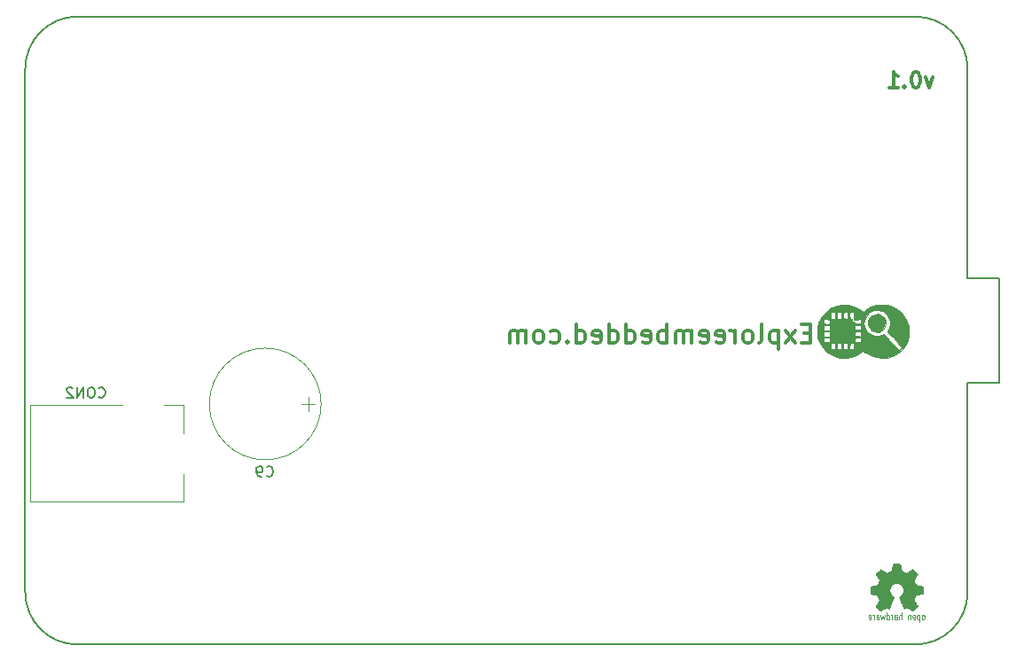
<source format=gbr>
G04 #@! TF.FileFunction,Legend,Bot*
%FSLAX46Y46*%
G04 Gerber Fmt 4.6, Leading zero omitted, Abs format (unit mm)*
G04 Created by KiCad (PCBNEW (2015-01-16 BZR 5376)-product) date 23-May-17 3:49:53 PM*
%MOMM*%
G01*
G04 APERTURE LIST*
%ADD10C,0.100000*%
%ADD11C,0.300000*%
%ADD12C,0.150000*%
%ADD13C,0.075000*%
%ADD14C,0.002540*%
%ADD15C,0.120000*%
G04 APERTURE END LIST*
D10*
D11*
X151698056Y-73287771D02*
X151340913Y-74287771D01*
X150983771Y-73287771D01*
X150126628Y-72787771D02*
X149983771Y-72787771D01*
X149840914Y-72859200D01*
X149769485Y-72930629D01*
X149698056Y-73073486D01*
X149626628Y-73359200D01*
X149626628Y-73716343D01*
X149698056Y-74002057D01*
X149769485Y-74144914D01*
X149840914Y-74216343D01*
X149983771Y-74287771D01*
X150126628Y-74287771D01*
X150269485Y-74216343D01*
X150340914Y-74144914D01*
X150412342Y-74002057D01*
X150483771Y-73716343D01*
X150483771Y-73359200D01*
X150412342Y-73073486D01*
X150340914Y-72930629D01*
X150269485Y-72859200D01*
X150126628Y-72787771D01*
X148983771Y-74144914D02*
X148912343Y-74216343D01*
X148983771Y-74287771D01*
X149055200Y-74216343D01*
X148983771Y-74144914D01*
X148983771Y-74287771D01*
X147483771Y-74287771D02*
X148340914Y-74287771D01*
X147912342Y-74287771D02*
X147912342Y-72787771D01*
X148055199Y-73002057D01*
X148198057Y-73144914D01*
X148340914Y-73216343D01*
X139954002Y-97790000D02*
X139361335Y-97790000D01*
X139107335Y-98721333D02*
X139954002Y-98721333D01*
X139954002Y-96943333D01*
X139107335Y-96943333D01*
X138514668Y-98721333D02*
X137583335Y-97536000D01*
X138514668Y-97536000D02*
X137583335Y-98721333D01*
X136906002Y-97536000D02*
X136906002Y-99314000D01*
X136906002Y-97620667D02*
X136736668Y-97536000D01*
X136398002Y-97536000D01*
X136228668Y-97620667D01*
X136144002Y-97705333D01*
X136059335Y-97874667D01*
X136059335Y-98382667D01*
X136144002Y-98552000D01*
X136228668Y-98636667D01*
X136398002Y-98721333D01*
X136736668Y-98721333D01*
X136906002Y-98636667D01*
X135043335Y-98721333D02*
X135212668Y-98636667D01*
X135297335Y-98467333D01*
X135297335Y-96943333D01*
X134112002Y-98721333D02*
X134281335Y-98636667D01*
X134366002Y-98552000D01*
X134450668Y-98382667D01*
X134450668Y-97874667D01*
X134366002Y-97705333D01*
X134281335Y-97620667D01*
X134112002Y-97536000D01*
X133858002Y-97536000D01*
X133688668Y-97620667D01*
X133604002Y-97705333D01*
X133519335Y-97874667D01*
X133519335Y-98382667D01*
X133604002Y-98552000D01*
X133688668Y-98636667D01*
X133858002Y-98721333D01*
X134112002Y-98721333D01*
X132757335Y-98721333D02*
X132757335Y-97536000D01*
X132757335Y-97874667D02*
X132672668Y-97705333D01*
X132588001Y-97620667D01*
X132418668Y-97536000D01*
X132249335Y-97536000D01*
X130979334Y-98636667D02*
X131148668Y-98721333D01*
X131487334Y-98721333D01*
X131656668Y-98636667D01*
X131741334Y-98467333D01*
X131741334Y-97790000D01*
X131656668Y-97620667D01*
X131487334Y-97536000D01*
X131148668Y-97536000D01*
X130979334Y-97620667D01*
X130894668Y-97790000D01*
X130894668Y-97959333D01*
X131741334Y-98128667D01*
X129455334Y-98636667D02*
X129624668Y-98721333D01*
X129963334Y-98721333D01*
X130132668Y-98636667D01*
X130217334Y-98467333D01*
X130217334Y-97790000D01*
X130132668Y-97620667D01*
X129963334Y-97536000D01*
X129624668Y-97536000D01*
X129455334Y-97620667D01*
X129370668Y-97790000D01*
X129370668Y-97959333D01*
X130217334Y-98128667D01*
X128608668Y-98721333D02*
X128608668Y-97536000D01*
X128608668Y-97705333D02*
X128524001Y-97620667D01*
X128354668Y-97536000D01*
X128100668Y-97536000D01*
X127931334Y-97620667D01*
X127846668Y-97790000D01*
X127846668Y-98721333D01*
X127846668Y-97790000D02*
X127762001Y-97620667D01*
X127592668Y-97536000D01*
X127338668Y-97536000D01*
X127169334Y-97620667D01*
X127084668Y-97790000D01*
X127084668Y-98721333D01*
X126238001Y-98721333D02*
X126238001Y-96943333D01*
X126238001Y-97620667D02*
X126068667Y-97536000D01*
X125730001Y-97536000D01*
X125560667Y-97620667D01*
X125476001Y-97705333D01*
X125391334Y-97874667D01*
X125391334Y-98382667D01*
X125476001Y-98552000D01*
X125560667Y-98636667D01*
X125730001Y-98721333D01*
X126068667Y-98721333D01*
X126238001Y-98636667D01*
X123952000Y-98636667D02*
X124121334Y-98721333D01*
X124460000Y-98721333D01*
X124629334Y-98636667D01*
X124714000Y-98467333D01*
X124714000Y-97790000D01*
X124629334Y-97620667D01*
X124460000Y-97536000D01*
X124121334Y-97536000D01*
X123952000Y-97620667D01*
X123867334Y-97790000D01*
X123867334Y-97959333D01*
X124714000Y-98128667D01*
X122343334Y-98721333D02*
X122343334Y-96943333D01*
X122343334Y-98636667D02*
X122512667Y-98721333D01*
X122851334Y-98721333D01*
X123020667Y-98636667D01*
X123105334Y-98552000D01*
X123190000Y-98382667D01*
X123190000Y-97874667D01*
X123105334Y-97705333D01*
X123020667Y-97620667D01*
X122851334Y-97536000D01*
X122512667Y-97536000D01*
X122343334Y-97620667D01*
X120734667Y-98721333D02*
X120734667Y-96943333D01*
X120734667Y-98636667D02*
X120904000Y-98721333D01*
X121242667Y-98721333D01*
X121412000Y-98636667D01*
X121496667Y-98552000D01*
X121581333Y-98382667D01*
X121581333Y-97874667D01*
X121496667Y-97705333D01*
X121412000Y-97620667D01*
X121242667Y-97536000D01*
X120904000Y-97536000D01*
X120734667Y-97620667D01*
X119210666Y-98636667D02*
X119380000Y-98721333D01*
X119718666Y-98721333D01*
X119888000Y-98636667D01*
X119972666Y-98467333D01*
X119972666Y-97790000D01*
X119888000Y-97620667D01*
X119718666Y-97536000D01*
X119380000Y-97536000D01*
X119210666Y-97620667D01*
X119126000Y-97790000D01*
X119126000Y-97959333D01*
X119972666Y-98128667D01*
X117602000Y-98721333D02*
X117602000Y-96943333D01*
X117602000Y-98636667D02*
X117771333Y-98721333D01*
X118110000Y-98721333D01*
X118279333Y-98636667D01*
X118364000Y-98552000D01*
X118448666Y-98382667D01*
X118448666Y-97874667D01*
X118364000Y-97705333D01*
X118279333Y-97620667D01*
X118110000Y-97536000D01*
X117771333Y-97536000D01*
X117602000Y-97620667D01*
X116755333Y-98552000D02*
X116670666Y-98636667D01*
X116755333Y-98721333D01*
X116839999Y-98636667D01*
X116755333Y-98552000D01*
X116755333Y-98721333D01*
X115146666Y-98636667D02*
X115315999Y-98721333D01*
X115654666Y-98721333D01*
X115823999Y-98636667D01*
X115908666Y-98552000D01*
X115993332Y-98382667D01*
X115993332Y-97874667D01*
X115908666Y-97705333D01*
X115823999Y-97620667D01*
X115654666Y-97536000D01*
X115315999Y-97536000D01*
X115146666Y-97620667D01*
X114130666Y-98721333D02*
X114299999Y-98636667D01*
X114384666Y-98552000D01*
X114469332Y-98382667D01*
X114469332Y-97874667D01*
X114384666Y-97705333D01*
X114299999Y-97620667D01*
X114130666Y-97536000D01*
X113876666Y-97536000D01*
X113707332Y-97620667D01*
X113622666Y-97705333D01*
X113537999Y-97874667D01*
X113537999Y-98382667D01*
X113622666Y-98552000D01*
X113707332Y-98636667D01*
X113876666Y-98721333D01*
X114130666Y-98721333D01*
X112775999Y-98721333D02*
X112775999Y-97536000D01*
X112775999Y-97705333D02*
X112691332Y-97620667D01*
X112521999Y-97536000D01*
X112267999Y-97536000D01*
X112098665Y-97620667D01*
X112013999Y-97790000D01*
X112013999Y-98721333D01*
X112013999Y-97790000D02*
X111929332Y-97620667D01*
X111759999Y-97536000D01*
X111505999Y-97536000D01*
X111336665Y-97620667D01*
X111251999Y-97790000D01*
X111251999Y-98721333D01*
D12*
X65000000Y-112500000D02*
X65000000Y-82500000D01*
X155000000Y-77500000D02*
X155000000Y-87500000D01*
X65000000Y-122500000D02*
X65000000Y-112500000D01*
X65000000Y-72500000D02*
X65000000Y-82500000D01*
X158000000Y-102500000D02*
X155000000Y-102500000D01*
X158000000Y-92500000D02*
X158000000Y-102500000D01*
X155000000Y-92500000D02*
X158000000Y-92500000D01*
X150000000Y-67500000D02*
X70000000Y-67500000D01*
X155000000Y-77500000D02*
X155000000Y-72500000D01*
X155000000Y-122500000D02*
X155000000Y-102500000D01*
X70000000Y-127500000D02*
X150000000Y-127500000D01*
X155000000Y-72500000D02*
G75*
G03X150000000Y-67500000I-5000000J0D01*
G01*
X150000000Y-127500000D02*
G75*
G03X155000000Y-122500000I0J5000000D01*
G01*
X65000000Y-122500000D02*
G75*
G03X70000000Y-127500000I5000000J0D01*
G01*
X70000000Y-67500000D02*
G75*
G03X65000000Y-72500000I0J-5000000D01*
G01*
X155000000Y-92500000D02*
X155000000Y-87500000D01*
D13*
X146049000Y-124667000D02*
X146049000Y-125127000D01*
X145959000Y-124667000D02*
X145909000Y-124667000D01*
X146009000Y-124697000D02*
X145959000Y-124667000D01*
X146029000Y-124717000D02*
X146009000Y-124697000D01*
X146049000Y-124787000D02*
X146029000Y-124717000D01*
X145609000Y-125127000D02*
X145559000Y-125097000D01*
X145709000Y-125127000D02*
X145609000Y-125127000D01*
X145749000Y-125097000D02*
X145709000Y-125127000D01*
X145769000Y-125027000D02*
X145749000Y-125097000D01*
X145769000Y-124757000D02*
X145769000Y-125027000D01*
X145739000Y-124697000D02*
X145769000Y-124757000D01*
X145699000Y-124667000D02*
X145739000Y-124697000D01*
X145599000Y-124667000D02*
X145699000Y-124667000D01*
X145559000Y-124707000D02*
X145599000Y-124667000D01*
X145539000Y-124777000D02*
X145559000Y-124707000D01*
X145539000Y-124897000D02*
X145539000Y-124777000D01*
X145539000Y-124897000D02*
X145769000Y-124897000D01*
X146289000Y-124757000D02*
X146289000Y-125127000D01*
X146319000Y-124697000D02*
X146289000Y-124757000D01*
X146359000Y-124667000D02*
X146319000Y-124697000D01*
X146459000Y-124667000D02*
X146359000Y-124667000D01*
X146509000Y-124697000D02*
X146459000Y-124667000D01*
X146449000Y-124857000D02*
X146499000Y-124887000D01*
X146329000Y-124857000D02*
X146449000Y-124857000D01*
X146289000Y-124827000D02*
X146329000Y-124857000D01*
X146339000Y-125127000D02*
X146289000Y-125087000D01*
X146459000Y-125127000D02*
X146339000Y-125127000D01*
X146509000Y-125087000D02*
X146459000Y-125127000D01*
X146529000Y-125027000D02*
X146509000Y-125087000D01*
X146529000Y-124957000D02*
X146529000Y-125027000D01*
X146499000Y-124887000D02*
X146529000Y-124957000D01*
X147079000Y-124667000D02*
X146979000Y-125127000D01*
X146979000Y-125127000D02*
X146889000Y-124787000D01*
X146889000Y-124787000D02*
X146789000Y-125127000D01*
X146789000Y-125127000D02*
X146689000Y-124667000D01*
X147269000Y-125097000D02*
X147309000Y-125127000D01*
X147309000Y-125127000D02*
X147419000Y-125127000D01*
X147419000Y-125127000D02*
X147459000Y-125097000D01*
X147459000Y-125097000D02*
X147479000Y-125067000D01*
X147479000Y-125067000D02*
X147509000Y-124997000D01*
X147509000Y-124997000D02*
X147509000Y-124797000D01*
X147509000Y-124797000D02*
X147479000Y-124727000D01*
X147479000Y-124727000D02*
X147459000Y-124697000D01*
X147459000Y-124697000D02*
X147399000Y-124657000D01*
X147399000Y-124657000D02*
X147329000Y-124657000D01*
X147329000Y-124657000D02*
X147269000Y-124697000D01*
X147269000Y-124427000D02*
X147269000Y-125127000D01*
X147789000Y-124787000D02*
X147769000Y-124717000D01*
X147769000Y-124717000D02*
X147749000Y-124697000D01*
X147749000Y-124697000D02*
X147699000Y-124667000D01*
X147699000Y-124667000D02*
X147649000Y-124667000D01*
X147789000Y-124667000D02*
X147789000Y-125127000D01*
X148239000Y-124887000D02*
X148269000Y-124957000D01*
X148269000Y-124957000D02*
X148269000Y-125027000D01*
X148269000Y-125027000D02*
X148249000Y-125087000D01*
X148249000Y-125087000D02*
X148199000Y-125127000D01*
X148199000Y-125127000D02*
X148079000Y-125127000D01*
X148079000Y-125127000D02*
X148029000Y-125087000D01*
X148029000Y-124827000D02*
X148069000Y-124857000D01*
X148069000Y-124857000D02*
X148189000Y-124857000D01*
X148189000Y-124857000D02*
X148239000Y-124887000D01*
X148249000Y-124697000D02*
X148199000Y-124667000D01*
X148199000Y-124667000D02*
X148099000Y-124667000D01*
X148099000Y-124667000D02*
X148059000Y-124697000D01*
X148059000Y-124697000D02*
X148029000Y-124757000D01*
X148029000Y-124757000D02*
X148029000Y-125127000D01*
X148699000Y-124737000D02*
X148679000Y-124697000D01*
X148679000Y-124697000D02*
X148629000Y-124667000D01*
X148629000Y-124667000D02*
X148549000Y-124667000D01*
X148549000Y-124667000D02*
X148509000Y-124697000D01*
X148509000Y-124697000D02*
X148489000Y-124757000D01*
X148489000Y-124757000D02*
X148489000Y-125127000D01*
X148699000Y-124427000D02*
X148699000Y-125127000D01*
X149749000Y-124897000D02*
X149979000Y-124897000D01*
X149529000Y-124727000D02*
X149509000Y-124697000D01*
X149509000Y-124697000D02*
X149469000Y-124667000D01*
X149469000Y-124667000D02*
X149379000Y-124667000D01*
X149379000Y-124667000D02*
X149339000Y-124697000D01*
X149339000Y-124697000D02*
X149319000Y-124757000D01*
X149319000Y-124757000D02*
X149319000Y-125127000D01*
X149529000Y-124667000D02*
X149529000Y-125127000D01*
X149749000Y-124897000D02*
X149749000Y-124777000D01*
X149749000Y-124777000D02*
X149769000Y-124707000D01*
X149769000Y-124707000D02*
X149809000Y-124667000D01*
X149809000Y-124667000D02*
X149909000Y-124667000D01*
X149909000Y-124667000D02*
X149949000Y-124697000D01*
X149949000Y-124697000D02*
X149979000Y-124757000D01*
X149979000Y-124757000D02*
X149979000Y-125027000D01*
X149979000Y-125027000D02*
X149959000Y-125097000D01*
X149959000Y-125097000D02*
X149919000Y-125127000D01*
X149919000Y-125127000D02*
X149819000Y-125127000D01*
X149819000Y-125127000D02*
X149769000Y-125097000D01*
X150409000Y-124697000D02*
X150369000Y-124667000D01*
X150369000Y-124667000D02*
X150269000Y-124667000D01*
X150269000Y-124667000D02*
X150229000Y-124697000D01*
X150229000Y-124697000D02*
X150199000Y-124727000D01*
X150199000Y-124727000D02*
X150179000Y-124787000D01*
X150179000Y-124787000D02*
X150179000Y-125007000D01*
X150179000Y-125007000D02*
X150199000Y-125067000D01*
X150199000Y-125067000D02*
X150219000Y-125097000D01*
X150219000Y-125097000D02*
X150259000Y-125127000D01*
X150259000Y-125127000D02*
X150359000Y-125127000D01*
X150359000Y-125127000D02*
X150409000Y-125097000D01*
X150409000Y-125367000D02*
X150409000Y-124667000D01*
X150719000Y-124667000D02*
X150799000Y-124667000D01*
X150799000Y-124667000D02*
X150839000Y-124697000D01*
X150839000Y-124697000D02*
X150859000Y-124727000D01*
X150859000Y-124727000D02*
X150889000Y-124797000D01*
X150799000Y-125127000D02*
X150719000Y-125127000D01*
X150719000Y-125127000D02*
X150669000Y-125097000D01*
X150669000Y-125097000D02*
X150649000Y-125067000D01*
X150649000Y-125067000D02*
X150629000Y-124997000D01*
X150629000Y-124997000D02*
X150629000Y-124797000D01*
X150629000Y-124797000D02*
X150649000Y-124737000D01*
X150649000Y-124737000D02*
X150669000Y-124707000D01*
X150669000Y-124707000D02*
X150719000Y-124667000D01*
X150889000Y-124797000D02*
X150889000Y-124997000D01*
X150889000Y-124997000D02*
X150869000Y-125057000D01*
X150869000Y-125057000D02*
X150849000Y-125087000D01*
X150849000Y-125087000D02*
X150799000Y-125127000D01*
D14*
G36*
X149722840Y-124292360D02*
X149697440Y-124277120D01*
X149639020Y-124241560D01*
X149555200Y-124185680D01*
X149456140Y-124119640D01*
X149357080Y-124053600D01*
X149275800Y-124000260D01*
X149219920Y-123962160D01*
X149194520Y-123949460D01*
X149181820Y-123954540D01*
X149136100Y-123977400D01*
X149067520Y-124012960D01*
X149026880Y-124033280D01*
X148965920Y-124058680D01*
X148932900Y-124066300D01*
X148927820Y-124056140D01*
X148904960Y-124007880D01*
X148869400Y-123926600D01*
X148823680Y-123817380D01*
X148767800Y-123690380D01*
X148711920Y-123555760D01*
X148653500Y-123416060D01*
X148597620Y-123281440D01*
X148549360Y-123162060D01*
X148508720Y-123065540D01*
X148483320Y-122996960D01*
X148473160Y-122969020D01*
X148475700Y-122961400D01*
X148508720Y-122930920D01*
X148562060Y-122890280D01*
X148681440Y-122793760D01*
X148798280Y-122648980D01*
X148869400Y-122483880D01*
X148892260Y-122298460D01*
X148871940Y-122128280D01*
X148805900Y-121965720D01*
X148691600Y-121818400D01*
X148551900Y-121709180D01*
X148389340Y-121640600D01*
X148209000Y-121617740D01*
X148036280Y-121638060D01*
X147868640Y-121704100D01*
X147721320Y-121815860D01*
X147657820Y-121886980D01*
X147571460Y-122036840D01*
X147523200Y-122194320D01*
X147518120Y-122234960D01*
X147525740Y-122410220D01*
X147576540Y-122580400D01*
X147670520Y-122730260D01*
X147800060Y-122854720D01*
X147815300Y-122864880D01*
X147873720Y-122910600D01*
X147914360Y-122941080D01*
X147944840Y-122966480D01*
X147721320Y-123504960D01*
X147685760Y-123588780D01*
X147624800Y-123736100D01*
X147571460Y-123863100D01*
X147528280Y-123964700D01*
X147497800Y-124030740D01*
X147485100Y-124058680D01*
X147485100Y-124061220D01*
X147464780Y-124063760D01*
X147424140Y-124048520D01*
X147347940Y-124012960D01*
X147299680Y-123987560D01*
X147241260Y-123959620D01*
X147215860Y-123949460D01*
X147193000Y-123962160D01*
X147139660Y-123997720D01*
X147058380Y-124051060D01*
X146961860Y-124114560D01*
X146870420Y-124178060D01*
X146786600Y-124233940D01*
X146725640Y-124272040D01*
X146695160Y-124289820D01*
X146690080Y-124289820D01*
X146664680Y-124274580D01*
X146616420Y-124233940D01*
X146542760Y-124165360D01*
X146438620Y-124061220D01*
X146423380Y-124045980D01*
X146337020Y-123959620D01*
X146268440Y-123885960D01*
X146222720Y-123835160D01*
X146204940Y-123812300D01*
X146204940Y-123812300D01*
X146220180Y-123781820D01*
X146258280Y-123720860D01*
X146314160Y-123634500D01*
X146382740Y-123535440D01*
X146560540Y-123276360D01*
X146464020Y-123032520D01*
X146433540Y-122956320D01*
X146395440Y-122867420D01*
X146367500Y-122801380D01*
X146352260Y-122773440D01*
X146326860Y-122763280D01*
X146258280Y-122748040D01*
X146161760Y-122727720D01*
X146047460Y-122707400D01*
X145935700Y-122687080D01*
X145836640Y-122666760D01*
X145765520Y-122654060D01*
X145732500Y-122646440D01*
X145724880Y-122641360D01*
X145717260Y-122626120D01*
X145714720Y-122593100D01*
X145712180Y-122532140D01*
X145709640Y-122438160D01*
X145709640Y-122298460D01*
X145709640Y-122283220D01*
X145712180Y-122153680D01*
X145714720Y-122047000D01*
X145717260Y-121980960D01*
X145722340Y-121953020D01*
X145722340Y-121953020D01*
X145752820Y-121945400D01*
X145823940Y-121930160D01*
X145923000Y-121912380D01*
X146042380Y-121889520D01*
X146050000Y-121886980D01*
X146166840Y-121864120D01*
X146265900Y-121843800D01*
X146337020Y-121828560D01*
X146364960Y-121818400D01*
X146372580Y-121810780D01*
X146395440Y-121765060D01*
X146428460Y-121691400D01*
X146469100Y-121602500D01*
X146507200Y-121508520D01*
X146540220Y-121424700D01*
X146563080Y-121363740D01*
X146570700Y-121335800D01*
X146568160Y-121333260D01*
X146550380Y-121305320D01*
X146509740Y-121244360D01*
X146453860Y-121160540D01*
X146385280Y-121058940D01*
X146380200Y-121051320D01*
X146311620Y-120952260D01*
X146255740Y-120865900D01*
X146220180Y-120807480D01*
X146204940Y-120779540D01*
X146204940Y-120777000D01*
X146227800Y-120746520D01*
X146278600Y-120690640D01*
X146352260Y-120614440D01*
X146438620Y-120525540D01*
X146466560Y-120500140D01*
X146565620Y-120403620D01*
X146631660Y-120342660D01*
X146674840Y-120309640D01*
X146695160Y-120302020D01*
X146695160Y-120302020D01*
X146725640Y-120319800D01*
X146789140Y-120360440D01*
X146872960Y-120418860D01*
X146974560Y-120487440D01*
X146982180Y-120492520D01*
X147081240Y-120561100D01*
X147165060Y-120616980D01*
X147223480Y-120657620D01*
X147251420Y-120672860D01*
X147253960Y-120672860D01*
X147294600Y-120660160D01*
X147365720Y-120634760D01*
X147454620Y-120601740D01*
X147546060Y-120563640D01*
X147629880Y-120528080D01*
X147693380Y-120500140D01*
X147723860Y-120482360D01*
X147723860Y-120482360D01*
X147734020Y-120446800D01*
X147751800Y-120370600D01*
X147772120Y-120269000D01*
X147797520Y-120147080D01*
X147800060Y-120126760D01*
X147822920Y-120007380D01*
X147840700Y-119908320D01*
X147855940Y-119839740D01*
X147863560Y-119811800D01*
X147878800Y-119809260D01*
X147937220Y-119804180D01*
X148026120Y-119801640D01*
X148135340Y-119801640D01*
X148247100Y-119801640D01*
X148356320Y-119804180D01*
X148450300Y-119806720D01*
X148518880Y-119811800D01*
X148546820Y-119816880D01*
X148546820Y-119819420D01*
X148556980Y-119857520D01*
X148574760Y-119931180D01*
X148595080Y-120035320D01*
X148617940Y-120157240D01*
X148623020Y-120180100D01*
X148645880Y-120296940D01*
X148666200Y-120396000D01*
X148678900Y-120462040D01*
X148686520Y-120489980D01*
X148699220Y-120495060D01*
X148747480Y-120515380D01*
X148826220Y-120548400D01*
X148925280Y-120589040D01*
X149153880Y-120680480D01*
X149435820Y-120489980D01*
X149461220Y-120472200D01*
X149562820Y-120403620D01*
X149644100Y-120347740D01*
X149702520Y-120309640D01*
X149725380Y-120296940D01*
X149727920Y-120296940D01*
X149755860Y-120322340D01*
X149811740Y-120375680D01*
X149887940Y-120449340D01*
X149976840Y-120535700D01*
X150040340Y-120601740D01*
X150119080Y-120680480D01*
X150167340Y-120733820D01*
X150195280Y-120766840D01*
X150202900Y-120787160D01*
X150200360Y-120802400D01*
X150182580Y-120830340D01*
X150141940Y-120891300D01*
X150083520Y-120977660D01*
X150014940Y-121076720D01*
X149959060Y-121160540D01*
X149898100Y-121254520D01*
X149860000Y-121320560D01*
X149844760Y-121353580D01*
X149849840Y-121366280D01*
X149867620Y-121422160D01*
X149903180Y-121505980D01*
X149943820Y-121605040D01*
X150042880Y-121826020D01*
X150187660Y-121853960D01*
X150276560Y-121871740D01*
X150398480Y-121894600D01*
X150517860Y-121917460D01*
X150700740Y-121953020D01*
X150708360Y-122628660D01*
X150680420Y-122641360D01*
X150652480Y-122648980D01*
X150583900Y-122664220D01*
X150487380Y-122684540D01*
X150370540Y-122704860D01*
X150274020Y-122722640D01*
X150174960Y-122742960D01*
X150103840Y-122755660D01*
X150073360Y-122763280D01*
X150063200Y-122773440D01*
X150040340Y-122821700D01*
X150004780Y-122897900D01*
X149964140Y-122989340D01*
X149926040Y-123083320D01*
X149890480Y-123172220D01*
X149867620Y-123238260D01*
X149857460Y-123271280D01*
X149870160Y-123299220D01*
X149908260Y-123357640D01*
X149961600Y-123438920D01*
X150030180Y-123537980D01*
X150096220Y-123634500D01*
X150154640Y-123718320D01*
X150192740Y-123779280D01*
X150210520Y-123807220D01*
X150200360Y-123825000D01*
X150162260Y-123873260D01*
X150088600Y-123949460D01*
X149976840Y-124058680D01*
X149959060Y-124076460D01*
X149872700Y-124160280D01*
X149799040Y-124228860D01*
X149745700Y-124274580D01*
X149722840Y-124292360D01*
X149722840Y-124292360D01*
G37*
X149722840Y-124292360D02*
X149697440Y-124277120D01*
X149639020Y-124241560D01*
X149555200Y-124185680D01*
X149456140Y-124119640D01*
X149357080Y-124053600D01*
X149275800Y-124000260D01*
X149219920Y-123962160D01*
X149194520Y-123949460D01*
X149181820Y-123954540D01*
X149136100Y-123977400D01*
X149067520Y-124012960D01*
X149026880Y-124033280D01*
X148965920Y-124058680D01*
X148932900Y-124066300D01*
X148927820Y-124056140D01*
X148904960Y-124007880D01*
X148869400Y-123926600D01*
X148823680Y-123817380D01*
X148767800Y-123690380D01*
X148711920Y-123555760D01*
X148653500Y-123416060D01*
X148597620Y-123281440D01*
X148549360Y-123162060D01*
X148508720Y-123065540D01*
X148483320Y-122996960D01*
X148473160Y-122969020D01*
X148475700Y-122961400D01*
X148508720Y-122930920D01*
X148562060Y-122890280D01*
X148681440Y-122793760D01*
X148798280Y-122648980D01*
X148869400Y-122483880D01*
X148892260Y-122298460D01*
X148871940Y-122128280D01*
X148805900Y-121965720D01*
X148691600Y-121818400D01*
X148551900Y-121709180D01*
X148389340Y-121640600D01*
X148209000Y-121617740D01*
X148036280Y-121638060D01*
X147868640Y-121704100D01*
X147721320Y-121815860D01*
X147657820Y-121886980D01*
X147571460Y-122036840D01*
X147523200Y-122194320D01*
X147518120Y-122234960D01*
X147525740Y-122410220D01*
X147576540Y-122580400D01*
X147670520Y-122730260D01*
X147800060Y-122854720D01*
X147815300Y-122864880D01*
X147873720Y-122910600D01*
X147914360Y-122941080D01*
X147944840Y-122966480D01*
X147721320Y-123504960D01*
X147685760Y-123588780D01*
X147624800Y-123736100D01*
X147571460Y-123863100D01*
X147528280Y-123964700D01*
X147497800Y-124030740D01*
X147485100Y-124058680D01*
X147485100Y-124061220D01*
X147464780Y-124063760D01*
X147424140Y-124048520D01*
X147347940Y-124012960D01*
X147299680Y-123987560D01*
X147241260Y-123959620D01*
X147215860Y-123949460D01*
X147193000Y-123962160D01*
X147139660Y-123997720D01*
X147058380Y-124051060D01*
X146961860Y-124114560D01*
X146870420Y-124178060D01*
X146786600Y-124233940D01*
X146725640Y-124272040D01*
X146695160Y-124289820D01*
X146690080Y-124289820D01*
X146664680Y-124274580D01*
X146616420Y-124233940D01*
X146542760Y-124165360D01*
X146438620Y-124061220D01*
X146423380Y-124045980D01*
X146337020Y-123959620D01*
X146268440Y-123885960D01*
X146222720Y-123835160D01*
X146204940Y-123812300D01*
X146204940Y-123812300D01*
X146220180Y-123781820D01*
X146258280Y-123720860D01*
X146314160Y-123634500D01*
X146382740Y-123535440D01*
X146560540Y-123276360D01*
X146464020Y-123032520D01*
X146433540Y-122956320D01*
X146395440Y-122867420D01*
X146367500Y-122801380D01*
X146352260Y-122773440D01*
X146326860Y-122763280D01*
X146258280Y-122748040D01*
X146161760Y-122727720D01*
X146047460Y-122707400D01*
X145935700Y-122687080D01*
X145836640Y-122666760D01*
X145765520Y-122654060D01*
X145732500Y-122646440D01*
X145724880Y-122641360D01*
X145717260Y-122626120D01*
X145714720Y-122593100D01*
X145712180Y-122532140D01*
X145709640Y-122438160D01*
X145709640Y-122298460D01*
X145709640Y-122283220D01*
X145712180Y-122153680D01*
X145714720Y-122047000D01*
X145717260Y-121980960D01*
X145722340Y-121953020D01*
X145722340Y-121953020D01*
X145752820Y-121945400D01*
X145823940Y-121930160D01*
X145923000Y-121912380D01*
X146042380Y-121889520D01*
X146050000Y-121886980D01*
X146166840Y-121864120D01*
X146265900Y-121843800D01*
X146337020Y-121828560D01*
X146364960Y-121818400D01*
X146372580Y-121810780D01*
X146395440Y-121765060D01*
X146428460Y-121691400D01*
X146469100Y-121602500D01*
X146507200Y-121508520D01*
X146540220Y-121424700D01*
X146563080Y-121363740D01*
X146570700Y-121335800D01*
X146568160Y-121333260D01*
X146550380Y-121305320D01*
X146509740Y-121244360D01*
X146453860Y-121160540D01*
X146385280Y-121058940D01*
X146380200Y-121051320D01*
X146311620Y-120952260D01*
X146255740Y-120865900D01*
X146220180Y-120807480D01*
X146204940Y-120779540D01*
X146204940Y-120777000D01*
X146227800Y-120746520D01*
X146278600Y-120690640D01*
X146352260Y-120614440D01*
X146438620Y-120525540D01*
X146466560Y-120500140D01*
X146565620Y-120403620D01*
X146631660Y-120342660D01*
X146674840Y-120309640D01*
X146695160Y-120302020D01*
X146695160Y-120302020D01*
X146725640Y-120319800D01*
X146789140Y-120360440D01*
X146872960Y-120418860D01*
X146974560Y-120487440D01*
X146982180Y-120492520D01*
X147081240Y-120561100D01*
X147165060Y-120616980D01*
X147223480Y-120657620D01*
X147251420Y-120672860D01*
X147253960Y-120672860D01*
X147294600Y-120660160D01*
X147365720Y-120634760D01*
X147454620Y-120601740D01*
X147546060Y-120563640D01*
X147629880Y-120528080D01*
X147693380Y-120500140D01*
X147723860Y-120482360D01*
X147723860Y-120482360D01*
X147734020Y-120446800D01*
X147751800Y-120370600D01*
X147772120Y-120269000D01*
X147797520Y-120147080D01*
X147800060Y-120126760D01*
X147822920Y-120007380D01*
X147840700Y-119908320D01*
X147855940Y-119839740D01*
X147863560Y-119811800D01*
X147878800Y-119809260D01*
X147937220Y-119804180D01*
X148026120Y-119801640D01*
X148135340Y-119801640D01*
X148247100Y-119801640D01*
X148356320Y-119804180D01*
X148450300Y-119806720D01*
X148518880Y-119811800D01*
X148546820Y-119816880D01*
X148546820Y-119819420D01*
X148556980Y-119857520D01*
X148574760Y-119931180D01*
X148595080Y-120035320D01*
X148617940Y-120157240D01*
X148623020Y-120180100D01*
X148645880Y-120296940D01*
X148666200Y-120396000D01*
X148678900Y-120462040D01*
X148686520Y-120489980D01*
X148699220Y-120495060D01*
X148747480Y-120515380D01*
X148826220Y-120548400D01*
X148925280Y-120589040D01*
X149153880Y-120680480D01*
X149435820Y-120489980D01*
X149461220Y-120472200D01*
X149562820Y-120403620D01*
X149644100Y-120347740D01*
X149702520Y-120309640D01*
X149725380Y-120296940D01*
X149727920Y-120296940D01*
X149755860Y-120322340D01*
X149811740Y-120375680D01*
X149887940Y-120449340D01*
X149976840Y-120535700D01*
X150040340Y-120601740D01*
X150119080Y-120680480D01*
X150167340Y-120733820D01*
X150195280Y-120766840D01*
X150202900Y-120787160D01*
X150200360Y-120802400D01*
X150182580Y-120830340D01*
X150141940Y-120891300D01*
X150083520Y-120977660D01*
X150014940Y-121076720D01*
X149959060Y-121160540D01*
X149898100Y-121254520D01*
X149860000Y-121320560D01*
X149844760Y-121353580D01*
X149849840Y-121366280D01*
X149867620Y-121422160D01*
X149903180Y-121505980D01*
X149943820Y-121605040D01*
X150042880Y-121826020D01*
X150187660Y-121853960D01*
X150276560Y-121871740D01*
X150398480Y-121894600D01*
X150517860Y-121917460D01*
X150700740Y-121953020D01*
X150708360Y-122628660D01*
X150680420Y-122641360D01*
X150652480Y-122648980D01*
X150583900Y-122664220D01*
X150487380Y-122684540D01*
X150370540Y-122704860D01*
X150274020Y-122722640D01*
X150174960Y-122742960D01*
X150103840Y-122755660D01*
X150073360Y-122763280D01*
X150063200Y-122773440D01*
X150040340Y-122821700D01*
X150004780Y-122897900D01*
X149964140Y-122989340D01*
X149926040Y-123083320D01*
X149890480Y-123172220D01*
X149867620Y-123238260D01*
X149857460Y-123271280D01*
X149870160Y-123299220D01*
X149908260Y-123357640D01*
X149961600Y-123438920D01*
X150030180Y-123537980D01*
X150096220Y-123634500D01*
X150154640Y-123718320D01*
X150192740Y-123779280D01*
X150210520Y-123807220D01*
X150200360Y-123825000D01*
X150162260Y-123873260D01*
X150088600Y-123949460D01*
X149976840Y-124058680D01*
X149959060Y-124076460D01*
X149872700Y-124160280D01*
X149799040Y-124228860D01*
X149745700Y-124274580D01*
X149722840Y-124292360D01*
G36*
X140675360Y-97599500D02*
X140682980Y-97927160D01*
X140698220Y-98160840D01*
X140733780Y-98341180D01*
X140789660Y-98506280D01*
X140832840Y-98600260D01*
X141132560Y-99100640D01*
X141216380Y-99189540D01*
X141216380Y-96438720D01*
X141544040Y-96438720D01*
X141737080Y-96441260D01*
X141831060Y-96466660D01*
X141866620Y-96532700D01*
X141871700Y-96621600D01*
X141853920Y-96784160D01*
X141785340Y-96862900D01*
X141635480Y-96880680D01*
X141518640Y-96875600D01*
X141351000Y-96855280D01*
X141269720Y-96801940D01*
X141241780Y-96685100D01*
X141236700Y-96647000D01*
X141216380Y-96438720D01*
X141216380Y-99189540D01*
X141224000Y-99199700D01*
X141224000Y-98630740D01*
X141224000Y-98407220D01*
X141224000Y-98181160D01*
X141224000Y-98051620D01*
X141224000Y-97825560D01*
X141224000Y-97599500D01*
X141224000Y-97469960D01*
X141224000Y-97246440D01*
X141224000Y-97020380D01*
X141546580Y-97020380D01*
X141871700Y-97020380D01*
X141871700Y-97246440D01*
X141871700Y-97469960D01*
X141546580Y-97469960D01*
X141224000Y-97469960D01*
X141224000Y-97599500D01*
X141546580Y-97599500D01*
X141871700Y-97599500D01*
X141871700Y-97825560D01*
X141871700Y-98051620D01*
X141546580Y-98051620D01*
X141224000Y-98051620D01*
X141224000Y-98181160D01*
X141546580Y-98181160D01*
X141871700Y-98181160D01*
X141871700Y-98407220D01*
X141871700Y-98630740D01*
X141546580Y-98630740D01*
X141224000Y-98630740D01*
X141224000Y-99199700D01*
X141505940Y-99499420D01*
X141935200Y-99786440D01*
X141935200Y-98988880D01*
X141935200Y-96375220D01*
X141935200Y-96047560D01*
X141935200Y-95719900D01*
X142143480Y-95740220D01*
X142270480Y-95760540D01*
X142336520Y-95816420D01*
X142364460Y-95940880D01*
X142374620Y-96067880D01*
X142392400Y-96375220D01*
X142163800Y-96375220D01*
X141935200Y-96375220D01*
X141935200Y-98988880D01*
X141940280Y-98808540D01*
X141973300Y-98724720D01*
X142059660Y-98696780D01*
X142161260Y-98696780D01*
X142300960Y-98701860D01*
X142364460Y-98742500D01*
X142384780Y-98856800D01*
X142384780Y-98988880D01*
X142382240Y-99166680D01*
X142349220Y-99247960D01*
X142262860Y-99275900D01*
X142161260Y-99278440D01*
X142021560Y-99270820D01*
X141955520Y-99230180D01*
X141937740Y-99115880D01*
X141935200Y-98988880D01*
X141935200Y-99786440D01*
X141965680Y-99809300D01*
X142367000Y-99987100D01*
X142514320Y-100030280D01*
X142514320Y-98988880D01*
X142514320Y-96375220D01*
X142514320Y-96052640D01*
X142514320Y-95727520D01*
X142740380Y-95727520D01*
X142966440Y-95727520D01*
X142966440Y-96052640D01*
X142966440Y-96375220D01*
X142740380Y-96375220D01*
X142514320Y-96375220D01*
X142514320Y-98988880D01*
X142521940Y-98808540D01*
X142554960Y-98724720D01*
X142641320Y-98696780D01*
X142740380Y-98696780D01*
X142880080Y-98701860D01*
X142946120Y-98742500D01*
X142966440Y-98856800D01*
X142966440Y-98988880D01*
X142961360Y-99166680D01*
X142928340Y-99247960D01*
X142841980Y-99275900D01*
X142740380Y-99278440D01*
X142603220Y-99270820D01*
X142537180Y-99230180D01*
X142516860Y-99115880D01*
X142514320Y-98988880D01*
X142514320Y-100030280D01*
X142603220Y-100060760D01*
X142814040Y-100101400D01*
X143060420Y-100111560D01*
X143111220Y-100109020D01*
X143111220Y-98988880D01*
X143116300Y-98808540D01*
X143129000Y-98767900D01*
X143129000Y-96161860D01*
X143129000Y-96052640D01*
X143134080Y-95872300D01*
X143169640Y-95783400D01*
X143258540Y-95750380D01*
X143337280Y-95740220D01*
X143545560Y-95719900D01*
X143545560Y-96052640D01*
X143545560Y-96382840D01*
X143337280Y-96359980D01*
X143207740Y-96342200D01*
X143149320Y-96288860D01*
X143129000Y-96161860D01*
X143129000Y-98767900D01*
X143144240Y-98724720D01*
X143230600Y-98696780D01*
X143327120Y-98696780D01*
X143464280Y-98701860D01*
X143527780Y-98745040D01*
X143545560Y-98859340D01*
X143545560Y-98988880D01*
X143543020Y-99166680D01*
X143510000Y-99247960D01*
X143423640Y-99275900D01*
X143332200Y-99278440D01*
X143200120Y-99270820D01*
X143136620Y-99225100D01*
X143116300Y-99110800D01*
X143111220Y-98988880D01*
X143111220Y-100109020D01*
X143342360Y-100103940D01*
X143662400Y-100081080D01*
X143723360Y-100068380D01*
X143723360Y-99118420D01*
X143725900Y-99085400D01*
X143725900Y-95808800D01*
X143769080Y-95770700D01*
X143898620Y-95742760D01*
X143913860Y-95742760D01*
X144122140Y-95719900D01*
X144139920Y-96093280D01*
X144160240Y-96466660D01*
X144193260Y-96464120D01*
X144193260Y-96149160D01*
X144193260Y-95890080D01*
X144223740Y-95857060D01*
X144256760Y-95890080D01*
X144223740Y-95920560D01*
X144193260Y-95890080D01*
X144193260Y-96149160D01*
X144223740Y-96116140D01*
X144256760Y-96149160D01*
X144223740Y-96182180D01*
X144193260Y-96149160D01*
X144193260Y-96464120D01*
X144498060Y-96446340D01*
X144696180Y-96438720D01*
X144797780Y-96456500D01*
X144833340Y-96514920D01*
X144838420Y-96621600D01*
X144828260Y-96746060D01*
X144772380Y-96807020D01*
X144635220Y-96832420D01*
X144564100Y-96837500D01*
X144353280Y-96847660D01*
X144241520Y-96832420D01*
X144198340Y-96779080D01*
X144193260Y-96725740D01*
X144165320Y-96644460D01*
X144145000Y-96639380D01*
X143995140Y-96634300D01*
X143944340Y-96553020D01*
X143954500Y-96502220D01*
X143951960Y-96400620D01*
X143863060Y-96375220D01*
X143781780Y-96349820D01*
X143748760Y-96255840D01*
X143741140Y-96116140D01*
X143738600Y-95938340D01*
X143728440Y-95824040D01*
X143725900Y-95808800D01*
X143725900Y-99085400D01*
X143730980Y-98988880D01*
X143751300Y-98808540D01*
X143794480Y-98722180D01*
X143880840Y-98696780D01*
X143941800Y-98696780D01*
X144056100Y-98704400D01*
X144109440Y-98755200D01*
X144127220Y-98882200D01*
X144127220Y-98988880D01*
X144124680Y-99166680D01*
X144091660Y-99247960D01*
X144005300Y-99275900D01*
X143918940Y-99278440D01*
X143791940Y-99270820D01*
X143733520Y-99230180D01*
X143723360Y-99118420D01*
X143723360Y-100068380D01*
X143903700Y-100040440D01*
X144124680Y-99969320D01*
X144185640Y-99938840D01*
X144185640Y-97020380D01*
X144510760Y-97020380D01*
X144703800Y-97022920D01*
X144800320Y-97048320D01*
X144833340Y-97114360D01*
X144838420Y-97205800D01*
X144820640Y-97337880D01*
X144746980Y-97406460D01*
X144594580Y-97434400D01*
X144424400Y-97431860D01*
X144282160Y-97409000D01*
X144221200Y-97330260D01*
X144205960Y-97223580D01*
X144185640Y-97020380D01*
X144185640Y-99938840D01*
X144223740Y-99923600D01*
X144223740Y-98407220D01*
X144223740Y-97825560D01*
X144233900Y-97708720D01*
X144282160Y-97647760D01*
X144406620Y-97622360D01*
X144531080Y-97612200D01*
X144838420Y-97591880D01*
X144838420Y-97825560D01*
X144838420Y-98059240D01*
X144531080Y-98038920D01*
X144345660Y-98021140D01*
X144256760Y-97985580D01*
X144228820Y-97906840D01*
X144223740Y-97825560D01*
X144223740Y-98407220D01*
X144233900Y-98287840D01*
X144282160Y-98229420D01*
X144406620Y-98201480D01*
X144531080Y-98191320D01*
X144838420Y-98173540D01*
X144838420Y-98407220D01*
X144838420Y-98638360D01*
X144531080Y-98620580D01*
X144345660Y-98602800D01*
X144256760Y-98564700D01*
X144228820Y-98485960D01*
X144223740Y-98407220D01*
X144223740Y-99923600D01*
X144335500Y-99872800D01*
X144561560Y-99750880D01*
X144749520Y-99631500D01*
X144863820Y-99540060D01*
X144934940Y-99474020D01*
X145000980Y-99458780D01*
X145094960Y-99499420D01*
X145094960Y-96807020D01*
X145138140Y-96456500D01*
X145282920Y-96123760D01*
X145529300Y-95831660D01*
X145666460Y-95722440D01*
X145816320Y-95636080D01*
X145978880Y-95587820D01*
X146199860Y-95570040D01*
X146359880Y-95567500D01*
X146613880Y-95572580D01*
X146786600Y-95595440D01*
X146921220Y-95653860D01*
X147060920Y-95755460D01*
X147073620Y-95765620D01*
X147292060Y-95986600D01*
X147469860Y-96260920D01*
X147584160Y-96540320D01*
X147612100Y-96725740D01*
X147584160Y-96987360D01*
X147515580Y-97246440D01*
X147416520Y-97449640D01*
X147370800Y-97508060D01*
X147304760Y-97589340D01*
X147330160Y-97655380D01*
X147424140Y-97729040D01*
X147525740Y-97820480D01*
X147693380Y-97985580D01*
X147901660Y-98198940D01*
X148130260Y-98442780D01*
X148158200Y-98473260D01*
X148734780Y-99100640D01*
X148579840Y-99225100D01*
X148424900Y-99352100D01*
X148000720Y-98912680D01*
X147774660Y-98671380D01*
X147546060Y-98427540D01*
X147355560Y-98214180D01*
X147312380Y-98163380D01*
X147048220Y-97856040D01*
X146817080Y-97955100D01*
X146441160Y-98044000D01*
X146057620Y-98008440D01*
X145884900Y-97952560D01*
X145547080Y-97749360D01*
X145303240Y-97475040D01*
X145150840Y-97155000D01*
X145094960Y-96807020D01*
X145094960Y-99499420D01*
X145097500Y-99501960D01*
X145262600Y-99613720D01*
X145277840Y-99628960D01*
X145750280Y-99890580D01*
X146273520Y-100055680D01*
X146817080Y-100121720D01*
X147347940Y-100083620D01*
X147741640Y-99974400D01*
X148254720Y-99715320D01*
X148686520Y-99367340D01*
X149021800Y-98943160D01*
X149258020Y-98458020D01*
X149387560Y-97929700D01*
X149400260Y-97365820D01*
X149357080Y-97071180D01*
X149245320Y-96652080D01*
X149072600Y-96293940D01*
X148818600Y-95953580D01*
X148701760Y-95824040D01*
X148295360Y-95481140D01*
X147825460Y-95229680D01*
X147317460Y-95082360D01*
X146791680Y-95031560D01*
X146270980Y-95084900D01*
X145773140Y-95239840D01*
X145323560Y-95498920D01*
X145221960Y-95580200D01*
X145034000Y-95737680D01*
X144823180Y-95580200D01*
X144358360Y-95295720D01*
X143840200Y-95115380D01*
X143619220Y-95072200D01*
X143057880Y-95036640D01*
X142516860Y-95125540D01*
X142011400Y-95321120D01*
X141559280Y-95620840D01*
X141175740Y-96019620D01*
X140878560Y-96499680D01*
X140876020Y-96502220D01*
X140784580Y-96705420D01*
X140726160Y-96875600D01*
X140693140Y-97055940D01*
X140680440Y-97282000D01*
X140675360Y-97599500D01*
X140675360Y-97599500D01*
X140675360Y-97599500D01*
G37*
X140675360Y-97599500D02*
X140682980Y-97927160D01*
X140698220Y-98160840D01*
X140733780Y-98341180D01*
X140789660Y-98506280D01*
X140832840Y-98600260D01*
X141132560Y-99100640D01*
X141216380Y-99189540D01*
X141216380Y-96438720D01*
X141544040Y-96438720D01*
X141737080Y-96441260D01*
X141831060Y-96466660D01*
X141866620Y-96532700D01*
X141871700Y-96621600D01*
X141853920Y-96784160D01*
X141785340Y-96862900D01*
X141635480Y-96880680D01*
X141518640Y-96875600D01*
X141351000Y-96855280D01*
X141269720Y-96801940D01*
X141241780Y-96685100D01*
X141236700Y-96647000D01*
X141216380Y-96438720D01*
X141216380Y-99189540D01*
X141224000Y-99199700D01*
X141224000Y-98630740D01*
X141224000Y-98407220D01*
X141224000Y-98181160D01*
X141224000Y-98051620D01*
X141224000Y-97825560D01*
X141224000Y-97599500D01*
X141224000Y-97469960D01*
X141224000Y-97246440D01*
X141224000Y-97020380D01*
X141546580Y-97020380D01*
X141871700Y-97020380D01*
X141871700Y-97246440D01*
X141871700Y-97469960D01*
X141546580Y-97469960D01*
X141224000Y-97469960D01*
X141224000Y-97599500D01*
X141546580Y-97599500D01*
X141871700Y-97599500D01*
X141871700Y-97825560D01*
X141871700Y-98051620D01*
X141546580Y-98051620D01*
X141224000Y-98051620D01*
X141224000Y-98181160D01*
X141546580Y-98181160D01*
X141871700Y-98181160D01*
X141871700Y-98407220D01*
X141871700Y-98630740D01*
X141546580Y-98630740D01*
X141224000Y-98630740D01*
X141224000Y-99199700D01*
X141505940Y-99499420D01*
X141935200Y-99786440D01*
X141935200Y-98988880D01*
X141935200Y-96375220D01*
X141935200Y-96047560D01*
X141935200Y-95719900D01*
X142143480Y-95740220D01*
X142270480Y-95760540D01*
X142336520Y-95816420D01*
X142364460Y-95940880D01*
X142374620Y-96067880D01*
X142392400Y-96375220D01*
X142163800Y-96375220D01*
X141935200Y-96375220D01*
X141935200Y-98988880D01*
X141940280Y-98808540D01*
X141973300Y-98724720D01*
X142059660Y-98696780D01*
X142161260Y-98696780D01*
X142300960Y-98701860D01*
X142364460Y-98742500D01*
X142384780Y-98856800D01*
X142384780Y-98988880D01*
X142382240Y-99166680D01*
X142349220Y-99247960D01*
X142262860Y-99275900D01*
X142161260Y-99278440D01*
X142021560Y-99270820D01*
X141955520Y-99230180D01*
X141937740Y-99115880D01*
X141935200Y-98988880D01*
X141935200Y-99786440D01*
X141965680Y-99809300D01*
X142367000Y-99987100D01*
X142514320Y-100030280D01*
X142514320Y-98988880D01*
X142514320Y-96375220D01*
X142514320Y-96052640D01*
X142514320Y-95727520D01*
X142740380Y-95727520D01*
X142966440Y-95727520D01*
X142966440Y-96052640D01*
X142966440Y-96375220D01*
X142740380Y-96375220D01*
X142514320Y-96375220D01*
X142514320Y-98988880D01*
X142521940Y-98808540D01*
X142554960Y-98724720D01*
X142641320Y-98696780D01*
X142740380Y-98696780D01*
X142880080Y-98701860D01*
X142946120Y-98742500D01*
X142966440Y-98856800D01*
X142966440Y-98988880D01*
X142961360Y-99166680D01*
X142928340Y-99247960D01*
X142841980Y-99275900D01*
X142740380Y-99278440D01*
X142603220Y-99270820D01*
X142537180Y-99230180D01*
X142516860Y-99115880D01*
X142514320Y-98988880D01*
X142514320Y-100030280D01*
X142603220Y-100060760D01*
X142814040Y-100101400D01*
X143060420Y-100111560D01*
X143111220Y-100109020D01*
X143111220Y-98988880D01*
X143116300Y-98808540D01*
X143129000Y-98767900D01*
X143129000Y-96161860D01*
X143129000Y-96052640D01*
X143134080Y-95872300D01*
X143169640Y-95783400D01*
X143258540Y-95750380D01*
X143337280Y-95740220D01*
X143545560Y-95719900D01*
X143545560Y-96052640D01*
X143545560Y-96382840D01*
X143337280Y-96359980D01*
X143207740Y-96342200D01*
X143149320Y-96288860D01*
X143129000Y-96161860D01*
X143129000Y-98767900D01*
X143144240Y-98724720D01*
X143230600Y-98696780D01*
X143327120Y-98696780D01*
X143464280Y-98701860D01*
X143527780Y-98745040D01*
X143545560Y-98859340D01*
X143545560Y-98988880D01*
X143543020Y-99166680D01*
X143510000Y-99247960D01*
X143423640Y-99275900D01*
X143332200Y-99278440D01*
X143200120Y-99270820D01*
X143136620Y-99225100D01*
X143116300Y-99110800D01*
X143111220Y-98988880D01*
X143111220Y-100109020D01*
X143342360Y-100103940D01*
X143662400Y-100081080D01*
X143723360Y-100068380D01*
X143723360Y-99118420D01*
X143725900Y-99085400D01*
X143725900Y-95808800D01*
X143769080Y-95770700D01*
X143898620Y-95742760D01*
X143913860Y-95742760D01*
X144122140Y-95719900D01*
X144139920Y-96093280D01*
X144160240Y-96466660D01*
X144193260Y-96464120D01*
X144193260Y-96149160D01*
X144193260Y-95890080D01*
X144223740Y-95857060D01*
X144256760Y-95890080D01*
X144223740Y-95920560D01*
X144193260Y-95890080D01*
X144193260Y-96149160D01*
X144223740Y-96116140D01*
X144256760Y-96149160D01*
X144223740Y-96182180D01*
X144193260Y-96149160D01*
X144193260Y-96464120D01*
X144498060Y-96446340D01*
X144696180Y-96438720D01*
X144797780Y-96456500D01*
X144833340Y-96514920D01*
X144838420Y-96621600D01*
X144828260Y-96746060D01*
X144772380Y-96807020D01*
X144635220Y-96832420D01*
X144564100Y-96837500D01*
X144353280Y-96847660D01*
X144241520Y-96832420D01*
X144198340Y-96779080D01*
X144193260Y-96725740D01*
X144165320Y-96644460D01*
X144145000Y-96639380D01*
X143995140Y-96634300D01*
X143944340Y-96553020D01*
X143954500Y-96502220D01*
X143951960Y-96400620D01*
X143863060Y-96375220D01*
X143781780Y-96349820D01*
X143748760Y-96255840D01*
X143741140Y-96116140D01*
X143738600Y-95938340D01*
X143728440Y-95824040D01*
X143725900Y-95808800D01*
X143725900Y-99085400D01*
X143730980Y-98988880D01*
X143751300Y-98808540D01*
X143794480Y-98722180D01*
X143880840Y-98696780D01*
X143941800Y-98696780D01*
X144056100Y-98704400D01*
X144109440Y-98755200D01*
X144127220Y-98882200D01*
X144127220Y-98988880D01*
X144124680Y-99166680D01*
X144091660Y-99247960D01*
X144005300Y-99275900D01*
X143918940Y-99278440D01*
X143791940Y-99270820D01*
X143733520Y-99230180D01*
X143723360Y-99118420D01*
X143723360Y-100068380D01*
X143903700Y-100040440D01*
X144124680Y-99969320D01*
X144185640Y-99938840D01*
X144185640Y-97020380D01*
X144510760Y-97020380D01*
X144703800Y-97022920D01*
X144800320Y-97048320D01*
X144833340Y-97114360D01*
X144838420Y-97205800D01*
X144820640Y-97337880D01*
X144746980Y-97406460D01*
X144594580Y-97434400D01*
X144424400Y-97431860D01*
X144282160Y-97409000D01*
X144221200Y-97330260D01*
X144205960Y-97223580D01*
X144185640Y-97020380D01*
X144185640Y-99938840D01*
X144223740Y-99923600D01*
X144223740Y-98407220D01*
X144223740Y-97825560D01*
X144233900Y-97708720D01*
X144282160Y-97647760D01*
X144406620Y-97622360D01*
X144531080Y-97612200D01*
X144838420Y-97591880D01*
X144838420Y-97825560D01*
X144838420Y-98059240D01*
X144531080Y-98038920D01*
X144345660Y-98021140D01*
X144256760Y-97985580D01*
X144228820Y-97906840D01*
X144223740Y-97825560D01*
X144223740Y-98407220D01*
X144233900Y-98287840D01*
X144282160Y-98229420D01*
X144406620Y-98201480D01*
X144531080Y-98191320D01*
X144838420Y-98173540D01*
X144838420Y-98407220D01*
X144838420Y-98638360D01*
X144531080Y-98620580D01*
X144345660Y-98602800D01*
X144256760Y-98564700D01*
X144228820Y-98485960D01*
X144223740Y-98407220D01*
X144223740Y-99923600D01*
X144335500Y-99872800D01*
X144561560Y-99750880D01*
X144749520Y-99631500D01*
X144863820Y-99540060D01*
X144934940Y-99474020D01*
X145000980Y-99458780D01*
X145094960Y-99499420D01*
X145094960Y-96807020D01*
X145138140Y-96456500D01*
X145282920Y-96123760D01*
X145529300Y-95831660D01*
X145666460Y-95722440D01*
X145816320Y-95636080D01*
X145978880Y-95587820D01*
X146199860Y-95570040D01*
X146359880Y-95567500D01*
X146613880Y-95572580D01*
X146786600Y-95595440D01*
X146921220Y-95653860D01*
X147060920Y-95755460D01*
X147073620Y-95765620D01*
X147292060Y-95986600D01*
X147469860Y-96260920D01*
X147584160Y-96540320D01*
X147612100Y-96725740D01*
X147584160Y-96987360D01*
X147515580Y-97246440D01*
X147416520Y-97449640D01*
X147370800Y-97508060D01*
X147304760Y-97589340D01*
X147330160Y-97655380D01*
X147424140Y-97729040D01*
X147525740Y-97820480D01*
X147693380Y-97985580D01*
X147901660Y-98198940D01*
X148130260Y-98442780D01*
X148158200Y-98473260D01*
X148734780Y-99100640D01*
X148579840Y-99225100D01*
X148424900Y-99352100D01*
X148000720Y-98912680D01*
X147774660Y-98671380D01*
X147546060Y-98427540D01*
X147355560Y-98214180D01*
X147312380Y-98163380D01*
X147048220Y-97856040D01*
X146817080Y-97955100D01*
X146441160Y-98044000D01*
X146057620Y-98008440D01*
X145884900Y-97952560D01*
X145547080Y-97749360D01*
X145303240Y-97475040D01*
X145150840Y-97155000D01*
X145094960Y-96807020D01*
X145094960Y-99499420D01*
X145097500Y-99501960D01*
X145262600Y-99613720D01*
X145277840Y-99628960D01*
X145750280Y-99890580D01*
X146273520Y-100055680D01*
X146817080Y-100121720D01*
X147347940Y-100083620D01*
X147741640Y-99974400D01*
X148254720Y-99715320D01*
X148686520Y-99367340D01*
X149021800Y-98943160D01*
X149258020Y-98458020D01*
X149387560Y-97929700D01*
X149400260Y-97365820D01*
X149357080Y-97071180D01*
X149245320Y-96652080D01*
X149072600Y-96293940D01*
X148818600Y-95953580D01*
X148701760Y-95824040D01*
X148295360Y-95481140D01*
X147825460Y-95229680D01*
X147317460Y-95082360D01*
X146791680Y-95031560D01*
X146270980Y-95084900D01*
X145773140Y-95239840D01*
X145323560Y-95498920D01*
X145221960Y-95580200D01*
X145034000Y-95737680D01*
X144823180Y-95580200D01*
X144358360Y-95295720D01*
X143840200Y-95115380D01*
X143619220Y-95072200D01*
X143057880Y-95036640D01*
X142516860Y-95125540D01*
X142011400Y-95321120D01*
X141559280Y-95620840D01*
X141175740Y-96019620D01*
X140878560Y-96499680D01*
X140876020Y-96502220D01*
X140784580Y-96705420D01*
X140726160Y-96875600D01*
X140693140Y-97055940D01*
X140680440Y-97282000D01*
X140675360Y-97599500D01*
X140675360Y-97599500D01*
G36*
X145496280Y-96659700D02*
X145514060Y-96954340D01*
X145620740Y-97231200D01*
X145803620Y-97459800D01*
X146047460Y-97612200D01*
X146321780Y-97663000D01*
X146489420Y-97635060D01*
X146682460Y-97563940D01*
X146702780Y-97551240D01*
X146966940Y-97353120D01*
X147132040Y-97101660D01*
X147198080Y-96817180D01*
X147165060Y-96527620D01*
X147027900Y-96260920D01*
X146791680Y-96042480D01*
X146763740Y-96024700D01*
X146489420Y-95930720D01*
X146194780Y-95940880D01*
X145912840Y-96042480D01*
X145681700Y-96225360D01*
X145582640Y-96367600D01*
X145496280Y-96659700D01*
X145496280Y-96659700D01*
X145496280Y-96659700D01*
G37*
X145496280Y-96659700D02*
X145514060Y-96954340D01*
X145620740Y-97231200D01*
X145803620Y-97459800D01*
X146047460Y-97612200D01*
X146321780Y-97663000D01*
X146489420Y-97635060D01*
X146682460Y-97563940D01*
X146702780Y-97551240D01*
X146966940Y-97353120D01*
X147132040Y-97101660D01*
X147198080Y-96817180D01*
X147165060Y-96527620D01*
X147027900Y-96260920D01*
X146791680Y-96042480D01*
X146763740Y-96024700D01*
X146489420Y-95930720D01*
X146194780Y-95940880D01*
X145912840Y-96042480D01*
X145681700Y-96225360D01*
X145582640Y-96367600D01*
X145496280Y-96659700D01*
X145496280Y-96659700D01*
D15*
X93264000Y-104521000D02*
G75*
G03X93264000Y-104521000I-5340000J0D01*
G01*
X92624000Y-104521000D02*
X91424000Y-104521000D01*
X92024000Y-103871000D02*
X92024000Y-105171000D01*
X74248000Y-104620000D02*
X65448000Y-104620000D01*
X65448000Y-104620000D02*
X65448000Y-113820000D01*
X80148000Y-107320000D02*
X80148000Y-104620000D01*
X80148000Y-104620000D02*
X78248000Y-104620000D01*
X65448000Y-113820000D02*
X80148000Y-113820000D01*
X80148000Y-113820000D02*
X80148000Y-111220000D01*
D12*
X88050666Y-111355143D02*
X88098285Y-111402762D01*
X88241142Y-111450381D01*
X88336380Y-111450381D01*
X88479238Y-111402762D01*
X88574476Y-111307524D01*
X88622095Y-111212286D01*
X88669714Y-111021810D01*
X88669714Y-110878952D01*
X88622095Y-110688476D01*
X88574476Y-110593238D01*
X88479238Y-110498000D01*
X88336380Y-110450381D01*
X88241142Y-110450381D01*
X88098285Y-110498000D01*
X88050666Y-110545619D01*
X87574476Y-111450381D02*
X87384000Y-111450381D01*
X87288761Y-111402762D01*
X87241142Y-111355143D01*
X87145904Y-111212286D01*
X87098285Y-111021810D01*
X87098285Y-110640857D01*
X87145904Y-110545619D01*
X87193523Y-110498000D01*
X87288761Y-110450381D01*
X87479238Y-110450381D01*
X87574476Y-110498000D01*
X87622095Y-110545619D01*
X87669714Y-110640857D01*
X87669714Y-110878952D01*
X87622095Y-110974190D01*
X87574476Y-111021810D01*
X87479238Y-111069429D01*
X87288761Y-111069429D01*
X87193523Y-111021810D01*
X87145904Y-110974190D01*
X87098285Y-110878952D01*
X72012285Y-103827143D02*
X72059904Y-103874762D01*
X72202761Y-103922381D01*
X72297999Y-103922381D01*
X72440857Y-103874762D01*
X72536095Y-103779524D01*
X72583714Y-103684286D01*
X72631333Y-103493810D01*
X72631333Y-103350952D01*
X72583714Y-103160476D01*
X72536095Y-103065238D01*
X72440857Y-102970000D01*
X72297999Y-102922381D01*
X72202761Y-102922381D01*
X72059904Y-102970000D01*
X72012285Y-103017619D01*
X71393238Y-102922381D02*
X71202761Y-102922381D01*
X71107523Y-102970000D01*
X71012285Y-103065238D01*
X70964666Y-103255714D01*
X70964666Y-103589048D01*
X71012285Y-103779524D01*
X71107523Y-103874762D01*
X71202761Y-103922381D01*
X71393238Y-103922381D01*
X71488476Y-103874762D01*
X71583714Y-103779524D01*
X71631333Y-103589048D01*
X71631333Y-103255714D01*
X71583714Y-103065238D01*
X71488476Y-102970000D01*
X71393238Y-102922381D01*
X70536095Y-103922381D02*
X70536095Y-102922381D01*
X69964666Y-103922381D01*
X69964666Y-102922381D01*
X69536095Y-103017619D02*
X69488476Y-102970000D01*
X69393238Y-102922381D01*
X69155142Y-102922381D01*
X69059904Y-102970000D01*
X69012285Y-103017619D01*
X68964666Y-103112857D01*
X68964666Y-103208095D01*
X69012285Y-103350952D01*
X69583714Y-103922381D01*
X68964666Y-103922381D01*
M02*

</source>
